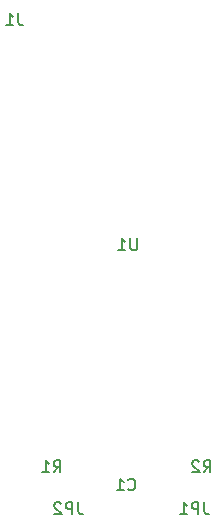
<source format=gbo>
G04 #@! TF.GenerationSoftware,KiCad,Pcbnew,(5.1.2-1)-1*
G04 #@! TF.CreationDate,2022-05-30T01:02:16+02:00*
G04 #@! TF.ProjectId,cart28p,63617274-3238-4702-9e6b-696361645f70,rev?*
G04 #@! TF.SameCoordinates,Original*
G04 #@! TF.FileFunction,Legend,Bot*
G04 #@! TF.FilePolarity,Positive*
%FSLAX46Y46*%
G04 Gerber Fmt 4.6, Leading zero omitted, Abs format (unit mm)*
G04 Created by KiCad (PCBNEW (5.1.2-1)-1) date 2022-05-30 01:02:16*
%MOMM*%
%LPD*%
G04 APERTURE LIST*
%ADD10C,0.160000*%
%ADD11C,0.100000*%
%ADD12C,0.150000*%
%ADD13C,1.626000*%
%ADD14R,1.702000X1.702000*%
%ADD15O,1.702000X1.702000*%
%ADD16C,1.702000*%
%ADD17O,1.502000X1.502000*%
%ADD18C,1.502000*%
%ADD19O,1.802000X1.802000*%
%ADD20R,1.802000X1.802000*%
G04 APERTURE END LIST*
D10*
X65108666Y-29923619D02*
X65108666Y-30649333D01*
X65157047Y-30794476D01*
X65253809Y-30891238D01*
X65398952Y-30939619D01*
X65495714Y-30939619D01*
X64092666Y-30939619D02*
X64673238Y-30939619D01*
X64382952Y-30939619D02*
X64382952Y-29923619D01*
X64479714Y-30068761D01*
X64576476Y-30165523D01*
X64673238Y-30213904D01*
X75196095Y-48973619D02*
X75196095Y-49796095D01*
X75147714Y-49892857D01*
X75099333Y-49941238D01*
X75002571Y-49989619D01*
X74809047Y-49989619D01*
X74712285Y-49941238D01*
X74663904Y-49892857D01*
X74615523Y-49796095D01*
X74615523Y-48973619D01*
X73599523Y-49989619D02*
X74180095Y-49989619D01*
X73889809Y-49989619D02*
X73889809Y-48973619D01*
X73986571Y-49118761D01*
X74083333Y-49215523D01*
X74180095Y-49263904D01*
X74421666Y-70207142D02*
X74469285Y-70254761D01*
X74612142Y-70302380D01*
X74707380Y-70302380D01*
X74850238Y-70254761D01*
X74945476Y-70159523D01*
X74993095Y-70064285D01*
X75040714Y-69873809D01*
X75040714Y-69730952D01*
X74993095Y-69540476D01*
X74945476Y-69445238D01*
X74850238Y-69350000D01*
X74707380Y-69302380D01*
X74612142Y-69302380D01*
X74469285Y-69350000D01*
X74421666Y-69397619D01*
X73469285Y-70302380D02*
X74040714Y-70302380D01*
X73755000Y-70302380D02*
X73755000Y-69302380D01*
X73850238Y-69445238D01*
X73945476Y-69540476D01*
X74040714Y-69588095D01*
X80814333Y-68785619D02*
X81153000Y-68301809D01*
X81394904Y-68785619D02*
X81394904Y-67769619D01*
X81007857Y-67769619D01*
X80911095Y-67818000D01*
X80862714Y-67866380D01*
X80814333Y-67963142D01*
X80814333Y-68108285D01*
X80862714Y-68205047D01*
X80911095Y-68253428D01*
X81007857Y-68301809D01*
X81394904Y-68301809D01*
X80427285Y-67866380D02*
X80378904Y-67818000D01*
X80282142Y-67769619D01*
X80040238Y-67769619D01*
X79943476Y-67818000D01*
X79895095Y-67866380D01*
X79846714Y-67963142D01*
X79846714Y-68059904D01*
X79895095Y-68205047D01*
X80475666Y-68785619D01*
X79846714Y-68785619D01*
X68114333Y-68785619D02*
X68453000Y-68301809D01*
X68694904Y-68785619D02*
X68694904Y-67769619D01*
X68307857Y-67769619D01*
X68211095Y-67818000D01*
X68162714Y-67866380D01*
X68114333Y-67963142D01*
X68114333Y-68108285D01*
X68162714Y-68205047D01*
X68211095Y-68253428D01*
X68307857Y-68301809D01*
X68694904Y-68301809D01*
X67146714Y-68785619D02*
X67727285Y-68785619D01*
X67437000Y-68785619D02*
X67437000Y-67769619D01*
X67533761Y-67914761D01*
X67630523Y-68011523D01*
X67727285Y-68059904D01*
X70188666Y-71325619D02*
X70188666Y-72051333D01*
X70237047Y-72196476D01*
X70333809Y-72293238D01*
X70478952Y-72341619D01*
X70575714Y-72341619D01*
X69704857Y-72341619D02*
X69704857Y-71325619D01*
X69317809Y-71325619D01*
X69221047Y-71374000D01*
X69172666Y-71422380D01*
X69124285Y-71519142D01*
X69124285Y-71664285D01*
X69172666Y-71761047D01*
X69221047Y-71809428D01*
X69317809Y-71857809D01*
X69704857Y-71857809D01*
X68737238Y-71422380D02*
X68688857Y-71374000D01*
X68592095Y-71325619D01*
X68350190Y-71325619D01*
X68253428Y-71374000D01*
X68205047Y-71422380D01*
X68156666Y-71519142D01*
X68156666Y-71615904D01*
X68205047Y-71761047D01*
X68785619Y-72341619D01*
X68156666Y-72341619D01*
X80856666Y-71325619D02*
X80856666Y-72051333D01*
X80905047Y-72196476D01*
X81001809Y-72293238D01*
X81146952Y-72341619D01*
X81243714Y-72341619D01*
X80372857Y-72341619D02*
X80372857Y-71325619D01*
X79985809Y-71325619D01*
X79889047Y-71374000D01*
X79840666Y-71422380D01*
X79792285Y-71519142D01*
X79792285Y-71664285D01*
X79840666Y-71761047D01*
X79889047Y-71809428D01*
X79985809Y-71857809D01*
X80372857Y-71857809D01*
X78824666Y-72341619D02*
X79405238Y-72341619D01*
X79114952Y-72341619D02*
X79114952Y-71325619D01*
X79211714Y-71470761D01*
X79308476Y-71567523D01*
X79405238Y-71615904D01*
%LPC*%
D11*
G36*
X55880000Y-27940000D02*
G01*
X55880000Y-76200000D01*
X63500000Y-76200000D01*
X63500000Y-27940000D01*
X55880000Y-27940000D01*
G37*
X55880000Y-27940000D02*
X55880000Y-76200000D01*
X63500000Y-76200000D01*
X63500000Y-27940000D01*
X55880000Y-27940000D01*
D12*
G36*
X63374344Y-29668957D02*
G01*
X63413804Y-29674811D01*
X63452501Y-29684504D01*
X63490061Y-29697943D01*
X63526123Y-29714999D01*
X63560339Y-29735508D01*
X63592381Y-29759271D01*
X63621939Y-29786061D01*
X63648729Y-29815619D01*
X63672492Y-29847661D01*
X63693001Y-29881877D01*
X63710057Y-29917939D01*
X63723496Y-29955499D01*
X63733189Y-29994196D01*
X63739043Y-30033656D01*
X63741000Y-30073500D01*
X63741000Y-30886500D01*
X63739043Y-30926344D01*
X63733189Y-30965804D01*
X63723496Y-31004501D01*
X63710057Y-31042061D01*
X63693001Y-31078123D01*
X63672492Y-31112339D01*
X63648729Y-31144381D01*
X63621939Y-31173939D01*
X63592381Y-31200729D01*
X63560339Y-31224492D01*
X63526123Y-31245001D01*
X63490061Y-31262057D01*
X63452501Y-31275496D01*
X63413804Y-31285189D01*
X63374344Y-31291043D01*
X63334500Y-31293000D01*
X56045500Y-31293000D01*
X56005656Y-31291043D01*
X55966196Y-31285189D01*
X55927499Y-31275496D01*
X55889939Y-31262057D01*
X55853877Y-31245001D01*
X55819661Y-31224492D01*
X55787619Y-31200729D01*
X55758061Y-31173939D01*
X55731271Y-31144381D01*
X55707508Y-31112339D01*
X55686999Y-31078123D01*
X55669943Y-31042061D01*
X55656504Y-31004501D01*
X55646811Y-30965804D01*
X55640957Y-30926344D01*
X55639000Y-30886500D01*
X55639000Y-30073500D01*
X55640957Y-30033656D01*
X55646811Y-29994196D01*
X55656504Y-29955499D01*
X55669943Y-29917939D01*
X55686999Y-29881877D01*
X55707508Y-29847661D01*
X55731271Y-29815619D01*
X55758061Y-29786061D01*
X55787619Y-29759271D01*
X55819661Y-29735508D01*
X55853877Y-29714999D01*
X55889939Y-29697943D01*
X55927499Y-29684504D01*
X55966196Y-29674811D01*
X56005656Y-29668957D01*
X56045500Y-29667000D01*
X63334500Y-29667000D01*
X63374344Y-29668957D01*
X63374344Y-29668957D01*
G37*
D13*
X59690000Y-30480000D03*
D12*
G36*
X63374344Y-32208957D02*
G01*
X63413804Y-32214811D01*
X63452501Y-32224504D01*
X63490061Y-32237943D01*
X63526123Y-32254999D01*
X63560339Y-32275508D01*
X63592381Y-32299271D01*
X63621939Y-32326061D01*
X63648729Y-32355619D01*
X63672492Y-32387661D01*
X63693001Y-32421877D01*
X63710057Y-32457939D01*
X63723496Y-32495499D01*
X63733189Y-32534196D01*
X63739043Y-32573656D01*
X63741000Y-32613500D01*
X63741000Y-33426500D01*
X63739043Y-33466344D01*
X63733189Y-33505804D01*
X63723496Y-33544501D01*
X63710057Y-33582061D01*
X63693001Y-33618123D01*
X63672492Y-33652339D01*
X63648729Y-33684381D01*
X63621939Y-33713939D01*
X63592381Y-33740729D01*
X63560339Y-33764492D01*
X63526123Y-33785001D01*
X63490061Y-33802057D01*
X63452501Y-33815496D01*
X63413804Y-33825189D01*
X63374344Y-33831043D01*
X63334500Y-33833000D01*
X56045500Y-33833000D01*
X56005656Y-33831043D01*
X55966196Y-33825189D01*
X55927499Y-33815496D01*
X55889939Y-33802057D01*
X55853877Y-33785001D01*
X55819661Y-33764492D01*
X55787619Y-33740729D01*
X55758061Y-33713939D01*
X55731271Y-33684381D01*
X55707508Y-33652339D01*
X55686999Y-33618123D01*
X55669943Y-33582061D01*
X55656504Y-33544501D01*
X55646811Y-33505804D01*
X55640957Y-33466344D01*
X55639000Y-33426500D01*
X55639000Y-32613500D01*
X55640957Y-32573656D01*
X55646811Y-32534196D01*
X55656504Y-32495499D01*
X55669943Y-32457939D01*
X55686999Y-32421877D01*
X55707508Y-32387661D01*
X55731271Y-32355619D01*
X55758061Y-32326061D01*
X55787619Y-32299271D01*
X55819661Y-32275508D01*
X55853877Y-32254999D01*
X55889939Y-32237943D01*
X55927499Y-32224504D01*
X55966196Y-32214811D01*
X56005656Y-32208957D01*
X56045500Y-32207000D01*
X63334500Y-32207000D01*
X63374344Y-32208957D01*
X63374344Y-32208957D01*
G37*
D13*
X59690000Y-33020000D03*
D12*
G36*
X63374344Y-34748957D02*
G01*
X63413804Y-34754811D01*
X63452501Y-34764504D01*
X63490061Y-34777943D01*
X63526123Y-34794999D01*
X63560339Y-34815508D01*
X63592381Y-34839271D01*
X63621939Y-34866061D01*
X63648729Y-34895619D01*
X63672492Y-34927661D01*
X63693001Y-34961877D01*
X63710057Y-34997939D01*
X63723496Y-35035499D01*
X63733189Y-35074196D01*
X63739043Y-35113656D01*
X63741000Y-35153500D01*
X63741000Y-35966500D01*
X63739043Y-36006344D01*
X63733189Y-36045804D01*
X63723496Y-36084501D01*
X63710057Y-36122061D01*
X63693001Y-36158123D01*
X63672492Y-36192339D01*
X63648729Y-36224381D01*
X63621939Y-36253939D01*
X63592381Y-36280729D01*
X63560339Y-36304492D01*
X63526123Y-36325001D01*
X63490061Y-36342057D01*
X63452501Y-36355496D01*
X63413804Y-36365189D01*
X63374344Y-36371043D01*
X63334500Y-36373000D01*
X56045500Y-36373000D01*
X56005656Y-36371043D01*
X55966196Y-36365189D01*
X55927499Y-36355496D01*
X55889939Y-36342057D01*
X55853877Y-36325001D01*
X55819661Y-36304492D01*
X55787619Y-36280729D01*
X55758061Y-36253939D01*
X55731271Y-36224381D01*
X55707508Y-36192339D01*
X55686999Y-36158123D01*
X55669943Y-36122061D01*
X55656504Y-36084501D01*
X55646811Y-36045804D01*
X55640957Y-36006344D01*
X55639000Y-35966500D01*
X55639000Y-35153500D01*
X55640957Y-35113656D01*
X55646811Y-35074196D01*
X55656504Y-35035499D01*
X55669943Y-34997939D01*
X55686999Y-34961877D01*
X55707508Y-34927661D01*
X55731271Y-34895619D01*
X55758061Y-34866061D01*
X55787619Y-34839271D01*
X55819661Y-34815508D01*
X55853877Y-34794999D01*
X55889939Y-34777943D01*
X55927499Y-34764504D01*
X55966196Y-34754811D01*
X56005656Y-34748957D01*
X56045500Y-34747000D01*
X63334500Y-34747000D01*
X63374344Y-34748957D01*
X63374344Y-34748957D01*
G37*
D13*
X59690000Y-35560000D03*
D12*
G36*
X63374344Y-37288957D02*
G01*
X63413804Y-37294811D01*
X63452501Y-37304504D01*
X63490061Y-37317943D01*
X63526123Y-37334999D01*
X63560339Y-37355508D01*
X63592381Y-37379271D01*
X63621939Y-37406061D01*
X63648729Y-37435619D01*
X63672492Y-37467661D01*
X63693001Y-37501877D01*
X63710057Y-37537939D01*
X63723496Y-37575499D01*
X63733189Y-37614196D01*
X63739043Y-37653656D01*
X63741000Y-37693500D01*
X63741000Y-38506500D01*
X63739043Y-38546344D01*
X63733189Y-38585804D01*
X63723496Y-38624501D01*
X63710057Y-38662061D01*
X63693001Y-38698123D01*
X63672492Y-38732339D01*
X63648729Y-38764381D01*
X63621939Y-38793939D01*
X63592381Y-38820729D01*
X63560339Y-38844492D01*
X63526123Y-38865001D01*
X63490061Y-38882057D01*
X63452501Y-38895496D01*
X63413804Y-38905189D01*
X63374344Y-38911043D01*
X63334500Y-38913000D01*
X56045500Y-38913000D01*
X56005656Y-38911043D01*
X55966196Y-38905189D01*
X55927499Y-38895496D01*
X55889939Y-38882057D01*
X55853877Y-38865001D01*
X55819661Y-38844492D01*
X55787619Y-38820729D01*
X55758061Y-38793939D01*
X55731271Y-38764381D01*
X55707508Y-38732339D01*
X55686999Y-38698123D01*
X55669943Y-38662061D01*
X55656504Y-38624501D01*
X55646811Y-38585804D01*
X55640957Y-38546344D01*
X55639000Y-38506500D01*
X55639000Y-37693500D01*
X55640957Y-37653656D01*
X55646811Y-37614196D01*
X55656504Y-37575499D01*
X55669943Y-37537939D01*
X55686999Y-37501877D01*
X55707508Y-37467661D01*
X55731271Y-37435619D01*
X55758061Y-37406061D01*
X55787619Y-37379271D01*
X55819661Y-37355508D01*
X55853877Y-37334999D01*
X55889939Y-37317943D01*
X55927499Y-37304504D01*
X55966196Y-37294811D01*
X56005656Y-37288957D01*
X56045500Y-37287000D01*
X63334500Y-37287000D01*
X63374344Y-37288957D01*
X63374344Y-37288957D01*
G37*
D13*
X59690000Y-38100000D03*
D12*
G36*
X63374344Y-39828957D02*
G01*
X63413804Y-39834811D01*
X63452501Y-39844504D01*
X63490061Y-39857943D01*
X63526123Y-39874999D01*
X63560339Y-39895508D01*
X63592381Y-39919271D01*
X63621939Y-39946061D01*
X63648729Y-39975619D01*
X63672492Y-40007661D01*
X63693001Y-40041877D01*
X63710057Y-40077939D01*
X63723496Y-40115499D01*
X63733189Y-40154196D01*
X63739043Y-40193656D01*
X63741000Y-40233500D01*
X63741000Y-41046500D01*
X63739043Y-41086344D01*
X63733189Y-41125804D01*
X63723496Y-41164501D01*
X63710057Y-41202061D01*
X63693001Y-41238123D01*
X63672492Y-41272339D01*
X63648729Y-41304381D01*
X63621939Y-41333939D01*
X63592381Y-41360729D01*
X63560339Y-41384492D01*
X63526123Y-41405001D01*
X63490061Y-41422057D01*
X63452501Y-41435496D01*
X63413804Y-41445189D01*
X63374344Y-41451043D01*
X63334500Y-41453000D01*
X56045500Y-41453000D01*
X56005656Y-41451043D01*
X55966196Y-41445189D01*
X55927499Y-41435496D01*
X55889939Y-41422057D01*
X55853877Y-41405001D01*
X55819661Y-41384492D01*
X55787619Y-41360729D01*
X55758061Y-41333939D01*
X55731271Y-41304381D01*
X55707508Y-41272339D01*
X55686999Y-41238123D01*
X55669943Y-41202061D01*
X55656504Y-41164501D01*
X55646811Y-41125804D01*
X55640957Y-41086344D01*
X55639000Y-41046500D01*
X55639000Y-40233500D01*
X55640957Y-40193656D01*
X55646811Y-40154196D01*
X55656504Y-40115499D01*
X55669943Y-40077939D01*
X55686999Y-40041877D01*
X55707508Y-40007661D01*
X55731271Y-39975619D01*
X55758061Y-39946061D01*
X55787619Y-39919271D01*
X55819661Y-39895508D01*
X55853877Y-39874999D01*
X55889939Y-39857943D01*
X55927499Y-39844504D01*
X55966196Y-39834811D01*
X56005656Y-39828957D01*
X56045500Y-39827000D01*
X63334500Y-39827000D01*
X63374344Y-39828957D01*
X63374344Y-39828957D01*
G37*
D13*
X59690000Y-40640000D03*
D12*
G36*
X63374344Y-42368957D02*
G01*
X63413804Y-42374811D01*
X63452501Y-42384504D01*
X63490061Y-42397943D01*
X63526123Y-42414999D01*
X63560339Y-42435508D01*
X63592381Y-42459271D01*
X63621939Y-42486061D01*
X63648729Y-42515619D01*
X63672492Y-42547661D01*
X63693001Y-42581877D01*
X63710057Y-42617939D01*
X63723496Y-42655499D01*
X63733189Y-42694196D01*
X63739043Y-42733656D01*
X63741000Y-42773500D01*
X63741000Y-43586500D01*
X63739043Y-43626344D01*
X63733189Y-43665804D01*
X63723496Y-43704501D01*
X63710057Y-43742061D01*
X63693001Y-43778123D01*
X63672492Y-43812339D01*
X63648729Y-43844381D01*
X63621939Y-43873939D01*
X63592381Y-43900729D01*
X63560339Y-43924492D01*
X63526123Y-43945001D01*
X63490061Y-43962057D01*
X63452501Y-43975496D01*
X63413804Y-43985189D01*
X63374344Y-43991043D01*
X63334500Y-43993000D01*
X56045500Y-43993000D01*
X56005656Y-43991043D01*
X55966196Y-43985189D01*
X55927499Y-43975496D01*
X55889939Y-43962057D01*
X55853877Y-43945001D01*
X55819661Y-43924492D01*
X55787619Y-43900729D01*
X55758061Y-43873939D01*
X55731271Y-43844381D01*
X55707508Y-43812339D01*
X55686999Y-43778123D01*
X55669943Y-43742061D01*
X55656504Y-43704501D01*
X55646811Y-43665804D01*
X55640957Y-43626344D01*
X55639000Y-43586500D01*
X55639000Y-42773500D01*
X55640957Y-42733656D01*
X55646811Y-42694196D01*
X55656504Y-42655499D01*
X55669943Y-42617939D01*
X55686999Y-42581877D01*
X55707508Y-42547661D01*
X55731271Y-42515619D01*
X55758061Y-42486061D01*
X55787619Y-42459271D01*
X55819661Y-42435508D01*
X55853877Y-42414999D01*
X55889939Y-42397943D01*
X55927499Y-42384504D01*
X55966196Y-42374811D01*
X56005656Y-42368957D01*
X56045500Y-42367000D01*
X63334500Y-42367000D01*
X63374344Y-42368957D01*
X63374344Y-42368957D01*
G37*
D13*
X59690000Y-43180000D03*
D12*
G36*
X63374344Y-44908957D02*
G01*
X63413804Y-44914811D01*
X63452501Y-44924504D01*
X63490061Y-44937943D01*
X63526123Y-44954999D01*
X63560339Y-44975508D01*
X63592381Y-44999271D01*
X63621939Y-45026061D01*
X63648729Y-45055619D01*
X63672492Y-45087661D01*
X63693001Y-45121877D01*
X63710057Y-45157939D01*
X63723496Y-45195499D01*
X63733189Y-45234196D01*
X63739043Y-45273656D01*
X63741000Y-45313500D01*
X63741000Y-46126500D01*
X63739043Y-46166344D01*
X63733189Y-46205804D01*
X63723496Y-46244501D01*
X63710057Y-46282061D01*
X63693001Y-46318123D01*
X63672492Y-46352339D01*
X63648729Y-46384381D01*
X63621939Y-46413939D01*
X63592381Y-46440729D01*
X63560339Y-46464492D01*
X63526123Y-46485001D01*
X63490061Y-46502057D01*
X63452501Y-46515496D01*
X63413804Y-46525189D01*
X63374344Y-46531043D01*
X63334500Y-46533000D01*
X56045500Y-46533000D01*
X56005656Y-46531043D01*
X55966196Y-46525189D01*
X55927499Y-46515496D01*
X55889939Y-46502057D01*
X55853877Y-46485001D01*
X55819661Y-46464492D01*
X55787619Y-46440729D01*
X55758061Y-46413939D01*
X55731271Y-46384381D01*
X55707508Y-46352339D01*
X55686999Y-46318123D01*
X55669943Y-46282061D01*
X55656504Y-46244501D01*
X55646811Y-46205804D01*
X55640957Y-46166344D01*
X55639000Y-46126500D01*
X55639000Y-45313500D01*
X55640957Y-45273656D01*
X55646811Y-45234196D01*
X55656504Y-45195499D01*
X55669943Y-45157939D01*
X55686999Y-45121877D01*
X55707508Y-45087661D01*
X55731271Y-45055619D01*
X55758061Y-45026061D01*
X55787619Y-44999271D01*
X55819661Y-44975508D01*
X55853877Y-44954999D01*
X55889939Y-44937943D01*
X55927499Y-44924504D01*
X55966196Y-44914811D01*
X56005656Y-44908957D01*
X56045500Y-44907000D01*
X63334500Y-44907000D01*
X63374344Y-44908957D01*
X63374344Y-44908957D01*
G37*
D13*
X59690000Y-45720000D03*
D12*
G36*
X63374344Y-47448957D02*
G01*
X63413804Y-47454811D01*
X63452501Y-47464504D01*
X63490061Y-47477943D01*
X63526123Y-47494999D01*
X63560339Y-47515508D01*
X63592381Y-47539271D01*
X63621939Y-47566061D01*
X63648729Y-47595619D01*
X63672492Y-47627661D01*
X63693001Y-47661877D01*
X63710057Y-47697939D01*
X63723496Y-47735499D01*
X63733189Y-47774196D01*
X63739043Y-47813656D01*
X63741000Y-47853500D01*
X63741000Y-48666500D01*
X63739043Y-48706344D01*
X63733189Y-48745804D01*
X63723496Y-48784501D01*
X63710057Y-48822061D01*
X63693001Y-48858123D01*
X63672492Y-48892339D01*
X63648729Y-48924381D01*
X63621939Y-48953939D01*
X63592381Y-48980729D01*
X63560339Y-49004492D01*
X63526123Y-49025001D01*
X63490061Y-49042057D01*
X63452501Y-49055496D01*
X63413804Y-49065189D01*
X63374344Y-49071043D01*
X63334500Y-49073000D01*
X56045500Y-49073000D01*
X56005656Y-49071043D01*
X55966196Y-49065189D01*
X55927499Y-49055496D01*
X55889939Y-49042057D01*
X55853877Y-49025001D01*
X55819661Y-49004492D01*
X55787619Y-48980729D01*
X55758061Y-48953939D01*
X55731271Y-48924381D01*
X55707508Y-48892339D01*
X55686999Y-48858123D01*
X55669943Y-48822061D01*
X55656504Y-48784501D01*
X55646811Y-48745804D01*
X55640957Y-48706344D01*
X55639000Y-48666500D01*
X55639000Y-47853500D01*
X55640957Y-47813656D01*
X55646811Y-47774196D01*
X55656504Y-47735499D01*
X55669943Y-47697939D01*
X55686999Y-47661877D01*
X55707508Y-47627661D01*
X55731271Y-47595619D01*
X55758061Y-47566061D01*
X55787619Y-47539271D01*
X55819661Y-47515508D01*
X55853877Y-47494999D01*
X55889939Y-47477943D01*
X55927499Y-47464504D01*
X55966196Y-47454811D01*
X56005656Y-47448957D01*
X56045500Y-47447000D01*
X63334500Y-47447000D01*
X63374344Y-47448957D01*
X63374344Y-47448957D01*
G37*
D13*
X59690000Y-48260000D03*
D12*
G36*
X63374344Y-49988957D02*
G01*
X63413804Y-49994811D01*
X63452501Y-50004504D01*
X63490061Y-50017943D01*
X63526123Y-50034999D01*
X63560339Y-50055508D01*
X63592381Y-50079271D01*
X63621939Y-50106061D01*
X63648729Y-50135619D01*
X63672492Y-50167661D01*
X63693001Y-50201877D01*
X63710057Y-50237939D01*
X63723496Y-50275499D01*
X63733189Y-50314196D01*
X63739043Y-50353656D01*
X63741000Y-50393500D01*
X63741000Y-51206500D01*
X63739043Y-51246344D01*
X63733189Y-51285804D01*
X63723496Y-51324501D01*
X63710057Y-51362061D01*
X63693001Y-51398123D01*
X63672492Y-51432339D01*
X63648729Y-51464381D01*
X63621939Y-51493939D01*
X63592381Y-51520729D01*
X63560339Y-51544492D01*
X63526123Y-51565001D01*
X63490061Y-51582057D01*
X63452501Y-51595496D01*
X63413804Y-51605189D01*
X63374344Y-51611043D01*
X63334500Y-51613000D01*
X56045500Y-51613000D01*
X56005656Y-51611043D01*
X55966196Y-51605189D01*
X55927499Y-51595496D01*
X55889939Y-51582057D01*
X55853877Y-51565001D01*
X55819661Y-51544492D01*
X55787619Y-51520729D01*
X55758061Y-51493939D01*
X55731271Y-51464381D01*
X55707508Y-51432339D01*
X55686999Y-51398123D01*
X55669943Y-51362061D01*
X55656504Y-51324501D01*
X55646811Y-51285804D01*
X55640957Y-51246344D01*
X55639000Y-51206500D01*
X55639000Y-50393500D01*
X55640957Y-50353656D01*
X55646811Y-50314196D01*
X55656504Y-50275499D01*
X55669943Y-50237939D01*
X55686999Y-50201877D01*
X55707508Y-50167661D01*
X55731271Y-50135619D01*
X55758061Y-50106061D01*
X55787619Y-50079271D01*
X55819661Y-50055508D01*
X55853877Y-50034999D01*
X55889939Y-50017943D01*
X55927499Y-50004504D01*
X55966196Y-49994811D01*
X56005656Y-49988957D01*
X56045500Y-49987000D01*
X63334500Y-49987000D01*
X63374344Y-49988957D01*
X63374344Y-49988957D01*
G37*
D13*
X59690000Y-50800000D03*
D12*
G36*
X63374344Y-52528957D02*
G01*
X63413804Y-52534811D01*
X63452501Y-52544504D01*
X63490061Y-52557943D01*
X63526123Y-52574999D01*
X63560339Y-52595508D01*
X63592381Y-52619271D01*
X63621939Y-52646061D01*
X63648729Y-52675619D01*
X63672492Y-52707661D01*
X63693001Y-52741877D01*
X63710057Y-52777939D01*
X63723496Y-52815499D01*
X63733189Y-52854196D01*
X63739043Y-52893656D01*
X63741000Y-52933500D01*
X63741000Y-53746500D01*
X63739043Y-53786344D01*
X63733189Y-53825804D01*
X63723496Y-53864501D01*
X63710057Y-53902061D01*
X63693001Y-53938123D01*
X63672492Y-53972339D01*
X63648729Y-54004381D01*
X63621939Y-54033939D01*
X63592381Y-54060729D01*
X63560339Y-54084492D01*
X63526123Y-54105001D01*
X63490061Y-54122057D01*
X63452501Y-54135496D01*
X63413804Y-54145189D01*
X63374344Y-54151043D01*
X63334500Y-54153000D01*
X56045500Y-54153000D01*
X56005656Y-54151043D01*
X55966196Y-54145189D01*
X55927499Y-54135496D01*
X55889939Y-54122057D01*
X55853877Y-54105001D01*
X55819661Y-54084492D01*
X55787619Y-54060729D01*
X55758061Y-54033939D01*
X55731271Y-54004381D01*
X55707508Y-53972339D01*
X55686999Y-53938123D01*
X55669943Y-53902061D01*
X55656504Y-53864501D01*
X55646811Y-53825804D01*
X55640957Y-53786344D01*
X55639000Y-53746500D01*
X55639000Y-52933500D01*
X55640957Y-52893656D01*
X55646811Y-52854196D01*
X55656504Y-52815499D01*
X55669943Y-52777939D01*
X55686999Y-52741877D01*
X55707508Y-52707661D01*
X55731271Y-52675619D01*
X55758061Y-52646061D01*
X55787619Y-52619271D01*
X55819661Y-52595508D01*
X55853877Y-52574999D01*
X55889939Y-52557943D01*
X55927499Y-52544504D01*
X55966196Y-52534811D01*
X56005656Y-52528957D01*
X56045500Y-52527000D01*
X63334500Y-52527000D01*
X63374344Y-52528957D01*
X63374344Y-52528957D01*
G37*
D13*
X59690000Y-53340000D03*
D12*
G36*
X63374344Y-55068957D02*
G01*
X63413804Y-55074811D01*
X63452501Y-55084504D01*
X63490061Y-55097943D01*
X63526123Y-55114999D01*
X63560339Y-55135508D01*
X63592381Y-55159271D01*
X63621939Y-55186061D01*
X63648729Y-55215619D01*
X63672492Y-55247661D01*
X63693001Y-55281877D01*
X63710057Y-55317939D01*
X63723496Y-55355499D01*
X63733189Y-55394196D01*
X63739043Y-55433656D01*
X63741000Y-55473500D01*
X63741000Y-56286500D01*
X63739043Y-56326344D01*
X63733189Y-56365804D01*
X63723496Y-56404501D01*
X63710057Y-56442061D01*
X63693001Y-56478123D01*
X63672492Y-56512339D01*
X63648729Y-56544381D01*
X63621939Y-56573939D01*
X63592381Y-56600729D01*
X63560339Y-56624492D01*
X63526123Y-56645001D01*
X63490061Y-56662057D01*
X63452501Y-56675496D01*
X63413804Y-56685189D01*
X63374344Y-56691043D01*
X63334500Y-56693000D01*
X56045500Y-56693000D01*
X56005656Y-56691043D01*
X55966196Y-56685189D01*
X55927499Y-56675496D01*
X55889939Y-56662057D01*
X55853877Y-56645001D01*
X55819661Y-56624492D01*
X55787619Y-56600729D01*
X55758061Y-56573939D01*
X55731271Y-56544381D01*
X55707508Y-56512339D01*
X55686999Y-56478123D01*
X55669943Y-56442061D01*
X55656504Y-56404501D01*
X55646811Y-56365804D01*
X55640957Y-56326344D01*
X55639000Y-56286500D01*
X55639000Y-55473500D01*
X55640957Y-55433656D01*
X55646811Y-55394196D01*
X55656504Y-55355499D01*
X55669943Y-55317939D01*
X55686999Y-55281877D01*
X55707508Y-55247661D01*
X55731271Y-55215619D01*
X55758061Y-55186061D01*
X55787619Y-55159271D01*
X55819661Y-55135508D01*
X55853877Y-55114999D01*
X55889939Y-55097943D01*
X55927499Y-55084504D01*
X55966196Y-55074811D01*
X56005656Y-55068957D01*
X56045500Y-55067000D01*
X63334500Y-55067000D01*
X63374344Y-55068957D01*
X63374344Y-55068957D01*
G37*
D13*
X59690000Y-55880000D03*
D12*
G36*
X63374344Y-57608957D02*
G01*
X63413804Y-57614811D01*
X63452501Y-57624504D01*
X63490061Y-57637943D01*
X63526123Y-57654999D01*
X63560339Y-57675508D01*
X63592381Y-57699271D01*
X63621939Y-57726061D01*
X63648729Y-57755619D01*
X63672492Y-57787661D01*
X63693001Y-57821877D01*
X63710057Y-57857939D01*
X63723496Y-57895499D01*
X63733189Y-57934196D01*
X63739043Y-57973656D01*
X63741000Y-58013500D01*
X63741000Y-58826500D01*
X63739043Y-58866344D01*
X63733189Y-58905804D01*
X63723496Y-58944501D01*
X63710057Y-58982061D01*
X63693001Y-59018123D01*
X63672492Y-59052339D01*
X63648729Y-59084381D01*
X63621939Y-59113939D01*
X63592381Y-59140729D01*
X63560339Y-59164492D01*
X63526123Y-59185001D01*
X63490061Y-59202057D01*
X63452501Y-59215496D01*
X63413804Y-59225189D01*
X63374344Y-59231043D01*
X63334500Y-59233000D01*
X56045500Y-59233000D01*
X56005656Y-59231043D01*
X55966196Y-59225189D01*
X55927499Y-59215496D01*
X55889939Y-59202057D01*
X55853877Y-59185001D01*
X55819661Y-59164492D01*
X55787619Y-59140729D01*
X55758061Y-59113939D01*
X55731271Y-59084381D01*
X55707508Y-59052339D01*
X55686999Y-59018123D01*
X55669943Y-58982061D01*
X55656504Y-58944501D01*
X55646811Y-58905804D01*
X55640957Y-58866344D01*
X55639000Y-58826500D01*
X55639000Y-58013500D01*
X55640957Y-57973656D01*
X55646811Y-57934196D01*
X55656504Y-57895499D01*
X55669943Y-57857939D01*
X55686999Y-57821877D01*
X55707508Y-57787661D01*
X55731271Y-57755619D01*
X55758061Y-57726061D01*
X55787619Y-57699271D01*
X55819661Y-57675508D01*
X55853877Y-57654999D01*
X55889939Y-57637943D01*
X55927499Y-57624504D01*
X55966196Y-57614811D01*
X56005656Y-57608957D01*
X56045500Y-57607000D01*
X63334500Y-57607000D01*
X63374344Y-57608957D01*
X63374344Y-57608957D01*
G37*
D13*
X59690000Y-58420000D03*
D12*
G36*
X63374344Y-60148957D02*
G01*
X63413804Y-60154811D01*
X63452501Y-60164504D01*
X63490061Y-60177943D01*
X63526123Y-60194999D01*
X63560339Y-60215508D01*
X63592381Y-60239271D01*
X63621939Y-60266061D01*
X63648729Y-60295619D01*
X63672492Y-60327661D01*
X63693001Y-60361877D01*
X63710057Y-60397939D01*
X63723496Y-60435499D01*
X63733189Y-60474196D01*
X63739043Y-60513656D01*
X63741000Y-60553500D01*
X63741000Y-61366500D01*
X63739043Y-61406344D01*
X63733189Y-61445804D01*
X63723496Y-61484501D01*
X63710057Y-61522061D01*
X63693001Y-61558123D01*
X63672492Y-61592339D01*
X63648729Y-61624381D01*
X63621939Y-61653939D01*
X63592381Y-61680729D01*
X63560339Y-61704492D01*
X63526123Y-61725001D01*
X63490061Y-61742057D01*
X63452501Y-61755496D01*
X63413804Y-61765189D01*
X63374344Y-61771043D01*
X63334500Y-61773000D01*
X56045500Y-61773000D01*
X56005656Y-61771043D01*
X55966196Y-61765189D01*
X55927499Y-61755496D01*
X55889939Y-61742057D01*
X55853877Y-61725001D01*
X55819661Y-61704492D01*
X55787619Y-61680729D01*
X55758061Y-61653939D01*
X55731271Y-61624381D01*
X55707508Y-61592339D01*
X55686999Y-61558123D01*
X55669943Y-61522061D01*
X55656504Y-61484501D01*
X55646811Y-61445804D01*
X55640957Y-61406344D01*
X55639000Y-61366500D01*
X55639000Y-60553500D01*
X55640957Y-60513656D01*
X55646811Y-60474196D01*
X55656504Y-60435499D01*
X55669943Y-60397939D01*
X55686999Y-60361877D01*
X55707508Y-60327661D01*
X55731271Y-60295619D01*
X55758061Y-60266061D01*
X55787619Y-60239271D01*
X55819661Y-60215508D01*
X55853877Y-60194999D01*
X55889939Y-60177943D01*
X55927499Y-60164504D01*
X55966196Y-60154811D01*
X56005656Y-60148957D01*
X56045500Y-60147000D01*
X63334500Y-60147000D01*
X63374344Y-60148957D01*
X63374344Y-60148957D01*
G37*
D13*
X59690000Y-60960000D03*
D12*
G36*
X63374344Y-62688957D02*
G01*
X63413804Y-62694811D01*
X63452501Y-62704504D01*
X63490061Y-62717943D01*
X63526123Y-62734999D01*
X63560339Y-62755508D01*
X63592381Y-62779271D01*
X63621939Y-62806061D01*
X63648729Y-62835619D01*
X63672492Y-62867661D01*
X63693001Y-62901877D01*
X63710057Y-62937939D01*
X63723496Y-62975499D01*
X63733189Y-63014196D01*
X63739043Y-63053656D01*
X63741000Y-63093500D01*
X63741000Y-63906500D01*
X63739043Y-63946344D01*
X63733189Y-63985804D01*
X63723496Y-64024501D01*
X63710057Y-64062061D01*
X63693001Y-64098123D01*
X63672492Y-64132339D01*
X63648729Y-64164381D01*
X63621939Y-64193939D01*
X63592381Y-64220729D01*
X63560339Y-64244492D01*
X63526123Y-64265001D01*
X63490061Y-64282057D01*
X63452501Y-64295496D01*
X63413804Y-64305189D01*
X63374344Y-64311043D01*
X63334500Y-64313000D01*
X56045500Y-64313000D01*
X56005656Y-64311043D01*
X55966196Y-64305189D01*
X55927499Y-64295496D01*
X55889939Y-64282057D01*
X55853877Y-64265001D01*
X55819661Y-64244492D01*
X55787619Y-64220729D01*
X55758061Y-64193939D01*
X55731271Y-64164381D01*
X55707508Y-64132339D01*
X55686999Y-64098123D01*
X55669943Y-64062061D01*
X55656504Y-64024501D01*
X55646811Y-63985804D01*
X55640957Y-63946344D01*
X55639000Y-63906500D01*
X55639000Y-63093500D01*
X55640957Y-63053656D01*
X55646811Y-63014196D01*
X55656504Y-62975499D01*
X55669943Y-62937939D01*
X55686999Y-62901877D01*
X55707508Y-62867661D01*
X55731271Y-62835619D01*
X55758061Y-62806061D01*
X55787619Y-62779271D01*
X55819661Y-62755508D01*
X55853877Y-62734999D01*
X55889939Y-62717943D01*
X55927499Y-62704504D01*
X55966196Y-62694811D01*
X56005656Y-62688957D01*
X56045500Y-62687000D01*
X63334500Y-62687000D01*
X63374344Y-62688957D01*
X63374344Y-62688957D01*
G37*
D13*
X59690000Y-63500000D03*
D12*
G36*
X63374344Y-65228957D02*
G01*
X63413804Y-65234811D01*
X63452501Y-65244504D01*
X63490061Y-65257943D01*
X63526123Y-65274999D01*
X63560339Y-65295508D01*
X63592381Y-65319271D01*
X63621939Y-65346061D01*
X63648729Y-65375619D01*
X63672492Y-65407661D01*
X63693001Y-65441877D01*
X63710057Y-65477939D01*
X63723496Y-65515499D01*
X63733189Y-65554196D01*
X63739043Y-65593656D01*
X63741000Y-65633500D01*
X63741000Y-66446500D01*
X63739043Y-66486344D01*
X63733189Y-66525804D01*
X63723496Y-66564501D01*
X63710057Y-66602061D01*
X63693001Y-66638123D01*
X63672492Y-66672339D01*
X63648729Y-66704381D01*
X63621939Y-66733939D01*
X63592381Y-66760729D01*
X63560339Y-66784492D01*
X63526123Y-66805001D01*
X63490061Y-66822057D01*
X63452501Y-66835496D01*
X63413804Y-66845189D01*
X63374344Y-66851043D01*
X63334500Y-66853000D01*
X56045500Y-66853000D01*
X56005656Y-66851043D01*
X55966196Y-66845189D01*
X55927499Y-66835496D01*
X55889939Y-66822057D01*
X55853877Y-66805001D01*
X55819661Y-66784492D01*
X55787619Y-66760729D01*
X55758061Y-66733939D01*
X55731271Y-66704381D01*
X55707508Y-66672339D01*
X55686999Y-66638123D01*
X55669943Y-66602061D01*
X55656504Y-66564501D01*
X55646811Y-66525804D01*
X55640957Y-66486344D01*
X55639000Y-66446500D01*
X55639000Y-65633500D01*
X55640957Y-65593656D01*
X55646811Y-65554196D01*
X55656504Y-65515499D01*
X55669943Y-65477939D01*
X55686999Y-65441877D01*
X55707508Y-65407661D01*
X55731271Y-65375619D01*
X55758061Y-65346061D01*
X55787619Y-65319271D01*
X55819661Y-65295508D01*
X55853877Y-65274999D01*
X55889939Y-65257943D01*
X55927499Y-65244504D01*
X55966196Y-65234811D01*
X56005656Y-65228957D01*
X56045500Y-65227000D01*
X63334500Y-65227000D01*
X63374344Y-65228957D01*
X63374344Y-65228957D01*
G37*
D13*
X59690000Y-66040000D03*
D12*
G36*
X63374344Y-70308957D02*
G01*
X63413804Y-70314811D01*
X63452501Y-70324504D01*
X63490061Y-70337943D01*
X63526123Y-70354999D01*
X63560339Y-70375508D01*
X63592381Y-70399271D01*
X63621939Y-70426061D01*
X63648729Y-70455619D01*
X63672492Y-70487661D01*
X63693001Y-70521877D01*
X63710057Y-70557939D01*
X63723496Y-70595499D01*
X63733189Y-70634196D01*
X63739043Y-70673656D01*
X63741000Y-70713500D01*
X63741000Y-71526500D01*
X63739043Y-71566344D01*
X63733189Y-71605804D01*
X63723496Y-71644501D01*
X63710057Y-71682061D01*
X63693001Y-71718123D01*
X63672492Y-71752339D01*
X63648729Y-71784381D01*
X63621939Y-71813939D01*
X63592381Y-71840729D01*
X63560339Y-71864492D01*
X63526123Y-71885001D01*
X63490061Y-71902057D01*
X63452501Y-71915496D01*
X63413804Y-71925189D01*
X63374344Y-71931043D01*
X63334500Y-71933000D01*
X56045500Y-71933000D01*
X56005656Y-71931043D01*
X55966196Y-71925189D01*
X55927499Y-71915496D01*
X55889939Y-71902057D01*
X55853877Y-71885001D01*
X55819661Y-71864492D01*
X55787619Y-71840729D01*
X55758061Y-71813939D01*
X55731271Y-71784381D01*
X55707508Y-71752339D01*
X55686999Y-71718123D01*
X55669943Y-71682061D01*
X55656504Y-71644501D01*
X55646811Y-71605804D01*
X55640957Y-71566344D01*
X55639000Y-71526500D01*
X55639000Y-70713500D01*
X55640957Y-70673656D01*
X55646811Y-70634196D01*
X55656504Y-70595499D01*
X55669943Y-70557939D01*
X55686999Y-70521877D01*
X55707508Y-70487661D01*
X55731271Y-70455619D01*
X55758061Y-70426061D01*
X55787619Y-70399271D01*
X55819661Y-70375508D01*
X55853877Y-70354999D01*
X55889939Y-70337943D01*
X55927499Y-70324504D01*
X55966196Y-70314811D01*
X56005656Y-70308957D01*
X56045500Y-70307000D01*
X63334500Y-70307000D01*
X63374344Y-70308957D01*
X63374344Y-70308957D01*
G37*
D13*
X59690000Y-71120000D03*
D12*
G36*
X63374344Y-72848957D02*
G01*
X63413804Y-72854811D01*
X63452501Y-72864504D01*
X63490061Y-72877943D01*
X63526123Y-72894999D01*
X63560339Y-72915508D01*
X63592381Y-72939271D01*
X63621939Y-72966061D01*
X63648729Y-72995619D01*
X63672492Y-73027661D01*
X63693001Y-73061877D01*
X63710057Y-73097939D01*
X63723496Y-73135499D01*
X63733189Y-73174196D01*
X63739043Y-73213656D01*
X63741000Y-73253500D01*
X63741000Y-74066500D01*
X63739043Y-74106344D01*
X63733189Y-74145804D01*
X63723496Y-74184501D01*
X63710057Y-74222061D01*
X63693001Y-74258123D01*
X63672492Y-74292339D01*
X63648729Y-74324381D01*
X63621939Y-74353939D01*
X63592381Y-74380729D01*
X63560339Y-74404492D01*
X63526123Y-74425001D01*
X63490061Y-74442057D01*
X63452501Y-74455496D01*
X63413804Y-74465189D01*
X63374344Y-74471043D01*
X63334500Y-74473000D01*
X56045500Y-74473000D01*
X56005656Y-74471043D01*
X55966196Y-74465189D01*
X55927499Y-74455496D01*
X55889939Y-74442057D01*
X55853877Y-74425001D01*
X55819661Y-74404492D01*
X55787619Y-74380729D01*
X55758061Y-74353939D01*
X55731271Y-74324381D01*
X55707508Y-74292339D01*
X55686999Y-74258123D01*
X55669943Y-74222061D01*
X55656504Y-74184501D01*
X55646811Y-74145804D01*
X55640957Y-74106344D01*
X55639000Y-74066500D01*
X55639000Y-73253500D01*
X55640957Y-73213656D01*
X55646811Y-73174196D01*
X55656504Y-73135499D01*
X55669943Y-73097939D01*
X55686999Y-73061877D01*
X55707508Y-73027661D01*
X55731271Y-72995619D01*
X55758061Y-72966061D01*
X55787619Y-72939271D01*
X55819661Y-72915508D01*
X55853877Y-72894999D01*
X55889939Y-72877943D01*
X55927499Y-72864504D01*
X55966196Y-72854811D01*
X56005656Y-72848957D01*
X56045500Y-72847000D01*
X63334500Y-72847000D01*
X63374344Y-72848957D01*
X63374344Y-72848957D01*
G37*
D13*
X59690000Y-73660000D03*
D14*
X81915000Y-66040000D03*
D15*
X66675000Y-33020000D03*
X81915000Y-63500000D03*
X66675000Y-35560000D03*
X81915000Y-60960000D03*
X66675000Y-38100000D03*
X81915000Y-58420000D03*
X66675000Y-40640000D03*
X81915000Y-55880000D03*
X66675000Y-43180000D03*
X81915000Y-53340000D03*
X66675000Y-45720000D03*
X81915000Y-50800000D03*
X66675000Y-48260000D03*
X81915000Y-48260000D03*
X66675000Y-50800000D03*
X81915000Y-45720000D03*
X66675000Y-53340000D03*
X81915000Y-43180000D03*
X66675000Y-55880000D03*
X81915000Y-40640000D03*
X66675000Y-58420000D03*
X81915000Y-38100000D03*
X66675000Y-60960000D03*
X81915000Y-35560000D03*
X66675000Y-63500000D03*
X81915000Y-33020000D03*
X66675000Y-66040000D03*
D16*
X76755000Y-69850000D03*
X71755000Y-69850000D03*
D17*
X79375000Y-69850000D03*
D18*
X81915000Y-69850000D03*
D17*
X66675000Y-69850000D03*
D18*
X69215000Y-69850000D03*
D19*
X66675000Y-73660000D03*
X69215000Y-73660000D03*
D20*
X71755000Y-73660000D03*
D19*
X78740000Y-73660000D03*
D20*
X81280000Y-73660000D03*
M02*

</source>
